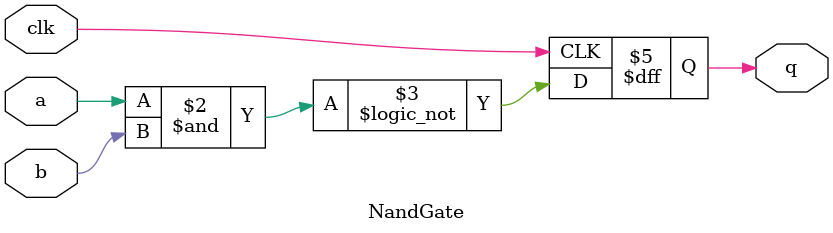
<source format=sv>
module NandGate(
    input   wire    clk,       //System clock used to
    input   wire    a,         //Logic input 1
    input   wire    b,         //Logic input 2
    output  reg     q = 0      //Output
    );

    always @(posedge clk)
    begin
        q <= !(a & b);
    end
endmodule
</source>
